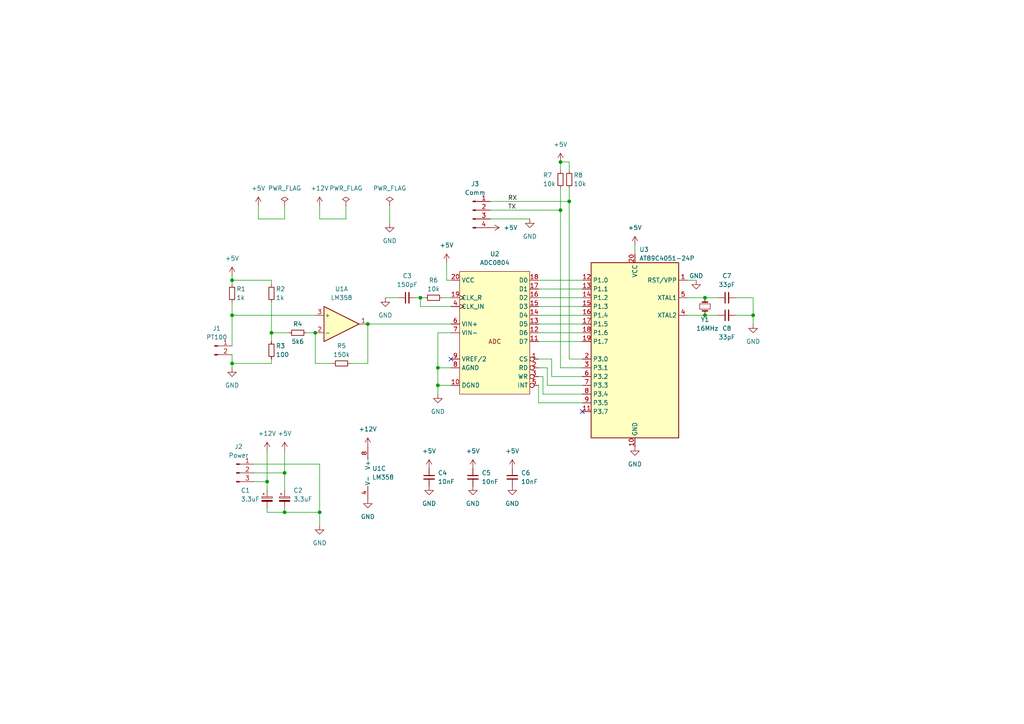
<source format=kicad_sch>
(kicad_sch (version 20211123) (generator eeschema)
  (paper "A4")
  (lib_symbols
    (symbol "Amplifier_Operational:LM358" (pin_names (offset 0.127))
      (property "Reference" "U" (at 0 5.08 0))
      (property "Value" "LM358" (at 0 -5.08 0))
      (symbol "LM358_1_1"
        (polyline (pts (xy -5.08 5.08) (xy 5.08 0) (xy -5.08 -5.08) (xy -5.08 5.08)) (stroke (width 0.254)) (fill (type background)))
        (pin output line (at 7.62 0 180) (length 2.54) (name "~") (number "1"))
        (pin input line (at -7.62 -2.54 0) (length 2.54) (name "-") (number "2"))
        (pin input line (at -7.62 2.54 0) (length 2.54) (name "+") (number "3"))
      )
      (symbol "LM358_2_1"
        (polyline (pts (xy -5.08 5.08) (xy 5.08 0) (xy -5.08 -5.08) (xy -5.08 5.08)) (stroke (width 0.254)) (fill (type background)))
        (pin input line (at -7.62 2.54 0) (length 2.54) (name "+") (number "5"))
        (pin input line (at -7.62 -2.54 0) (length 2.54) (name "-") (number "6"))
        (pin output line (at 7.62 0 180) (length 2.54) (name "~") (number "7"))
      )
      (symbol "LM358_3_1"
        (pin power_in line (at -2.54 -7.62 90) (length 3.81) (name "V-") (number "4"))
        (pin power_in line (at -2.54 7.62 270) (length 3.81) (name "V+") (number "8"))
      )
    )
    (symbol "Connector:Conn_01x02_Male" (pin_names (offset 1.016) hide)
      (property "Reference" "J" (at 0 2.54 0))
      (property "Value" "Conn_01x02_Male" (at 0 -5.08 0))
      (symbol "Conn_01x02_Male_1_1"
        (polyline (pts (xy 1.27 -2.54) (xy 0.8636 -2.54)) (stroke (width 0.1524)))
        (polyline (pts (xy 1.27 0) (xy 0.8636 0)) (stroke (width 0.1524)))
        (rectangle (start 0.8636 -2.413) (end 0 -2.667) (stroke (width 0.1524)) (fill (type outline)))
        (rectangle (start 0.8636 0.127) (end 0 -0.127) (stroke (width 0.1524)) (fill (type outline)))
        (pin passive line (at 5.08 0 180) (length 3.81) (name "Pin_1") (number "1"))
        (pin passive line (at 5.08 -2.54 180) (length 3.81) (name "Pin_2") (number "2"))
      )
    )
    (symbol "Connector:Conn_01x03_Male" (pin_names (offset 1.016) hide)
      (property "Reference" "J" (at 0 5.08 0))
      (property "Value" "Conn_01x03_Male" (at 0 -5.08 0))
      (symbol "Conn_01x03_Male_1_1"
        (polyline (pts (xy 1.27 -2.54) (xy 0.8636 -2.54)) (stroke (width 0.1524)))
        (polyline (pts (xy 1.27 0) (xy 0.8636 0)) (stroke (width 0.1524)))
        (polyline (pts (xy 1.27 2.54) (xy 0.8636 2.54)) (stroke (width 0.1524)))
        (rectangle (start 0.8636 -2.413) (end 0 -2.667) (stroke (width 0.1524)) (fill (type outline)))
        (rectangle (start 0.8636 0.127) (end 0 -0.127) (stroke (width 0.1524)) (fill (type outline)))
        (rectangle (start 0.8636 2.667) (end 0 2.413) (stroke (width 0.1524)) (fill (type outline)))
        (pin passive line (at 5.08 2.54 180) (length 3.81) (name "Pin_1") (number "1"))
        (pin passive line (at 5.08 0 180) (length 3.81) (name "Pin_2") (number "2"))
        (pin passive line (at 5.08 -2.54 180) (length 3.81) (name "Pin_3") (number "3"))
      )
    )
    (symbol "Connector:Conn_01x04_Male" (pin_names (offset 1.016) hide)
      (property "Reference" "J" (at 0 5.08 0))
      (property "Value" "Conn_01x04_Male" (at 0 -7.62 0))
      (symbol "Conn_01x04_Male_1_1"
        (polyline (pts (xy 1.27 -5.08) (xy 0.8636 -5.08)) (stroke (width 0.1524)))
        (polyline (pts (xy 1.27 -2.54) (xy 0.8636 -2.54)) (stroke (width 0.1524)))
        (polyline (pts (xy 1.27 0) (xy 0.8636 0)) (stroke (width 0.1524)))
        (polyline (pts (xy 1.27 2.54) (xy 0.8636 2.54)) (stroke (width 0.1524)))
        (rectangle (start 0.8636 -4.953) (end 0 -5.207) (stroke (width 0.1524)) (fill (type outline)))
        (rectangle (start 0.8636 -2.413) (end 0 -2.667) (stroke (width 0.1524)) (fill (type outline)))
        (rectangle (start 0.8636 0.127) (end 0 -0.127) (stroke (width 0.1524)) (fill (type outline)))
        (rectangle (start 0.8636 2.667) (end 0 2.413) (stroke (width 0.1524)) (fill (type outline)))
        (pin passive line (at 5.08 2.54 180) (length 3.81) (name "Pin_1") (number "1"))
        (pin passive line (at 5.08 0 180) (length 3.81) (name "Pin_2") (number "2"))
        (pin passive line (at 5.08 -2.54 180) (length 3.81) (name "Pin_3") (number "3"))
        (pin passive line (at 5.08 -5.08 180) (length 3.81) (name "Pin_4") (number "4"))
      )
    )
    (symbol "Device:C_Polarized_Small" (pin_numbers hide) (pin_names (offset 0.254) hide)
      (property "Reference" "C" (at 0.254 1.778 0))
      (property "Value" "C_Polarized_Small" (at 0.254 -2.032 0))
      (symbol "C_Polarized_Small_0_1"
        (rectangle (start -1.524 -0.3048) (end 1.524 -0.6858) (fill (type outline)))
        (rectangle (start -1.524 0.6858) (end 1.524 0.3048))
        (polyline (pts (xy -1.27 1.524) (xy -0.762 1.524)))
        (polyline (pts (xy -1.016 1.27) (xy -1.016 1.778)))
      )
      (symbol "C_Polarized_Small_1_1"
        (pin passive line (at 0 2.54 270) (length 1.8542) (name "~") (number "1"))
        (pin passive line (at 0 -2.54 90) (length 1.8542) (name "~") (number "2"))
      )
    )
    (symbol "Device:C_Small" (pin_numbers hide) (pin_names (offset 0.254) hide)
      (property "Reference" "C" (at 0.254 1.778 0))
      (property "Value" "C_Small" (at 0.254 -2.032 0))
      (symbol "C_Small_0_1"
        (polyline (pts (xy -1.524 -0.508) (xy 1.524 -0.508)) (stroke (width 0.3302)))
        (polyline (pts (xy -1.524 0.508) (xy 1.524 0.508)) (stroke (width 0.3048)))
      )
      (symbol "C_Small_1_1"
        (pin passive line (at 0 2.54 270) (length 2.032) (name "~") (number "1"))
        (pin passive line (at 0 -2.54 90) (length 2.032) (name "~") (number "2"))
      )
    )
    (symbol "Device:Crystal_Small" (pin_numbers hide) (pin_names (offset 1.016) hide)
      (property "Reference" "Y" (at 0 2.54 0))
      (property "Value" "Crystal_Small" (at 0 -2.54 0))
      (symbol "Crystal_Small_0_1"
        (rectangle (start -0.762 -1.524) (end 0.762 1.524))
        (polyline (pts (xy -1.27 -0.762) (xy -1.27 0.762)) (stroke (width 0.381)))
        (polyline (pts (xy 1.27 -0.762) (xy 1.27 0.762)) (stroke (width 0.381)))
      )
      (symbol "Crystal_Small_1_1"
        (pin passive line (at -2.54 0 0) (length 1.27) (name "1") (number "1"))
        (pin passive line (at 2.54 0 180) (length 1.27) (name "2") (number "2"))
      )
    )
    (symbol "Device:R_Small" (pin_numbers hide) (pin_names (offset 0.254) hide)
      (property "Reference" "R" (at 0.762 0.508 0))
      (property "Value" "R_Small" (at 0.762 -1.016 0))
      (symbol "R_Small_0_1"
        (rectangle (start -0.762 1.778) (end 0.762 -1.778) (stroke (width 0.2032)))
      )
      (symbol "R_Small_1_1"
        (pin passive line (at 0 2.54 270) (length 0.762) (name "~") (number "1"))
        (pin passive line (at 0 -2.54 90) (length 0.762) (name "~") (number "2"))
      )
    )
    (symbol "MCU_Microchip_8051:AT89C4051-24P"
      (property "Reference" "U" (at -12.7 26.67 0))
      (property "Value" "AT89C4051-24P" (at 2.54 -26.67 0))
      (symbol "AT89C4051-24P_0_1"
        (rectangle (start -12.7 -25.4) (end 12.7 25.4) (stroke (width 0.254)) (fill (type background)))
      )
      (symbol "AT89C4051-24P_1_1"
        (pin input line (at -15.24 20.32 0) (length 2.54) (name "RST/VPP") (number "1"))
        (pin power_in line (at 0 -27.94 90) (length 2.54) (name "GND") (number "10"))
        (pin bidirectional line (at 15.24 -17.78 180) (length 2.54) (name "P3.7") (number "11"))
        (pin bidirectional line (at 15.24 20.32 180) (length 2.54) (name "P1.0") (number "12"))
        (pin bidirectional line (at 15.24 17.78 180) (length 2.54) (name "P1.1") (number "13"))
        (pin bidirectional line (at 15.24 15.24 180) (length 2.54) (name "P1.2") (number "14"))
        (pin bidirectional line (at 15.24 12.7 180) (length 2.54) (name "P1.3") (number "15"))
        (pin bidirectional line (at 15.24 10.16 180) (length 2.54) (name "P1.4") (number "16"))
        (pin bidirectional line (at 15.24 7.62 180) (length 2.54) (name "P1.5") (number "17"))
        (pin bidirectional line (at 15.24 5.08 180) (length 2.54) (name "P1.6") (number "18"))
        (pin bidirectional line (at 15.24 2.54 180) (length 2.54) (name "P1.7") (number "19"))
        (pin bidirectional line (at 15.24 -2.54 180) (length 2.54) (name "P3.0") (number "2"))
        (pin power_in line (at 0 27.94 270) (length 2.54) (name "VCC") (number "20"))
        (pin bidirectional line (at 15.24 -5.08 180) (length 2.54) (name "P3.1") (number "3"))
        (pin output line (at -15.24 10.16 0) (length 2.54) (name "XTAL2") (number "4"))
        (pin input line (at -15.24 15.24 0) (length 2.54) (name "XTAL1") (number "5"))
        (pin bidirectional line (at 15.24 -7.62 180) (length 2.54) (name "P3.2") (number "6"))
        (pin bidirectional line (at 15.24 -10.16 180) (length 2.54) (name "P3.3") (number "7"))
        (pin bidirectional line (at 15.24 -12.7 180) (length 2.54) (name "P3.4") (number "8"))
        (pin bidirectional line (at 15.24 -15.24 180) (length 2.54) (name "P3.5") (number "9"))
      )
    )
    (symbol "My_stuff:ADC0804"
      (property "Reference" "U" (at 0 25.4 0))
      (property "Value" "ADC0804" (at 0 22.86 0))
      (symbol "ADC0804_0_0"
        (text "ADC" (at 0 0 0) (effects (font (size 1.27 1.27))))
      )
      (symbol "ADC0804_0_1"
        (rectangle (start -10.16 20.32) (end 10.16 -15.24) (fill (type background)))
      )
      (symbol "ADC0804_1_1"
        (pin input inverted (at -12.7 -5.08 0) (length 2.54) (name "CS") (number "1"))
        (pin power_in line (at 12.7 -12.7 180) (length 2.54) (name "DGND") (number "10"))
        (pin output line (at -12.7 0 0) (length 2.54) (name "D7") (number "11"))
        (pin output line (at -12.7 2.54 0) (length 2.54) (name "D6") (number "12"))
        (pin output line (at -12.7 5.08 0) (length 2.54) (name "D5") (number "13"))
        (pin output line (at -12.7 7.62 0) (length 2.54) (name "D4") (number "14"))
        (pin output line (at -12.7 10.16 0) (length 2.54) (name "D3") (number "15"))
        (pin output line (at -12.7 12.7 0) (length 2.54) (name "D2") (number "16"))
        (pin output line (at -12.7 15.24 0) (length 2.54) (name "D1") (number "17"))
        (pin output line (at -12.7 17.78 0) (length 2.54) (name "D0") (number "18"))
        (pin input clock (at 12.7 12.7 180) (length 2.54) (name "CLK_R") (number "19"))
        (pin input inverted (at -12.7 -7.62 0) (length 2.54) (name "RD") (number "2"))
        (pin power_in line (at 12.7 17.78 180) (length 2.54) (name "VCC") (number "20"))
        (pin input inverted (at -12.7 -10.16 0) (length 2.54) (name "WR") (number "3"))
        (pin input clock (at 12.7 10.16 180) (length 2.54) (name "CLK_IN") (number "4"))
        (pin output inverted (at -12.7 -12.7 0) (length 2.54) (name "INT") (number "5"))
        (pin input line (at 12.7 5.08 180) (length 2.54) (name "VIN+") (number "6"))
        (pin input line (at 12.7 2.54 180) (length 2.54) (name "VIN-") (number "7"))
        (pin power_in line (at 12.7 -7.62 180) (length 2.54) (name "AGND") (number "8"))
        (pin input line (at 12.7 -5.08 180) (length 2.54) (name "VREF/2") (number "9"))
      )
    )
    (symbol "power:+12V" (power) (pin_names (offset 0))
      (property "Value" "+12V" (at 0 3.556 0))
      (symbol "+12V_0_1"
        (polyline (pts (xy -0.762 1.27) (xy 0 2.54)))
        (polyline (pts (xy 0 0) (xy 0 2.54)))
        (polyline (pts (xy 0 2.54) (xy 0.762 1.27)))
      )
      (symbol "+12V_1_1"
        (pin power_in line (at 0 0 90) (length 0) hide (name "+12V") (number "1"))
      )
    )
    (symbol "power:+5V" (power) (pin_names (offset 0))
      (property "Value" "+5V" (at 0 3.556 0))
      (symbol "+5V_0_1"
        (polyline (pts (xy -0.762 1.27) (xy 0 2.54)))
        (polyline (pts (xy 0 0) (xy 0 2.54)))
        (polyline (pts (xy 0 2.54) (xy 0.762 1.27)))
      )
      (symbol "+5V_1_1"
        (pin power_in line (at 0 0 90) (length 0) hide (name "+5V") (number "1"))
      )
    )
    (symbol "power:GND" (power) (pin_names (offset 0))
      (property "Value" "GND" (at 0 -3.81 0))
      (symbol "GND_0_1"
        (polyline (pts (xy 0 0) (xy 0 -1.27) (xy 1.27 -1.27) (xy 0 -2.54) (xy -1.27 -1.27) (xy 0 -1.27)))
      )
      (symbol "GND_1_1"
        (pin power_in line (at 0 0 270) (length 0) hide (name "GND") (number "1"))
      )
    )
    (symbol "power:PWR_FLAG" (power) (pin_numbers hide) (pin_names (offset 0) hide)
      (property "Value" "PWR_FLAG" (at 0 3.81 0))
      (symbol "PWR_FLAG_0_0"
        (pin power_out line (at 0 0 90) (length 0) (name "pwr") (number "1"))
      )
      (symbol "PWR_FLAG_0_1"
        (polyline (pts (xy 0 0) (xy 0 1.27) (xy -1.016 1.905) (xy 0 2.54) (xy 1.016 1.905) (xy 0 1.27)))
      )
    )
  )
  (junction (at 77.47 139.7))
  (junction (at 67.31 105.41))
  (junction (at 121.92 86.36))
  (junction (at 106.68 93.98))
  (junction (at 218.44 91.44))
  (junction (at 165.1 58.42))
  (junction (at 204.47 91.44))
  (junction (at 127 111.76))
  (junction (at 91.44 96.52))
  (junction (at 127 106.68))
  (junction (at 78.74 96.52))
  (junction (at 82.55 148.59))
  (junction (at 67.31 91.44))
  (junction (at 92.71 148.59))
  (junction (at 82.55 137.16))
  (junction (at 67.31 81.28))
  (junction (at 162.56 46.99))
  (junction (at 162.56 60.96))
  (junction (at 204.47 86.36))
  (no_connect (at 168.91 119.38))
  (no_connect (at 130.81 104.14))
  (wire (pts (xy 156.21 93.98) (xy 168.91 93.98)))
  (wire (pts (xy 156.21 104.14) (xy 160.02 104.14)))
  (wire (pts (xy 67.31 81.28) (xy 67.31 82.55)))
  (wire (pts (xy 82.55 147.32) (xy 82.55 148.59)))
  (wire (pts (xy 78.74 87.63) (xy 78.74 96.52)))
  (wire (pts (xy 218.44 91.44) (xy 218.44 93.98)))
  (wire (pts (xy 142.24 63.5) (xy 153.67 63.5)))
  (wire (pts (xy 156.21 86.36) (xy 168.91 86.36)))
  (wire (pts (xy 82.55 59.69) (xy 82.55 63.5)))
  (wire (pts (xy 213.36 91.44) (xy 218.44 91.44)))
  (wire (pts (xy 91.44 105.41) (xy 96.52 105.41)))
  (wire (pts (xy 204.47 91.44) (xy 208.28 91.44)))
  (wire (pts (xy 213.36 86.36) (xy 218.44 86.36)))
  (wire (pts (xy 88.9 96.52) (xy 91.44 96.52)))
  (wire (pts (xy 156.21 81.28) (xy 168.91 81.28)))
  (wire (pts (xy 74.93 63.5) (xy 74.93 59.69)))
  (wire (pts (xy 162.56 54.61) (xy 162.56 60.96)))
  (wire (pts (xy 165.1 46.99) (xy 165.1 49.53)))
  (wire (pts (xy 73.66 134.62) (xy 92.71 134.62)))
  (wire (pts (xy 127 96.52) (xy 127 106.68)))
  (wire (pts (xy 156.21 96.52) (xy 168.91 96.52)))
  (wire (pts (xy 78.74 82.55) (xy 78.74 81.28)))
  (wire (pts (xy 106.68 105.41) (xy 106.68 93.98)))
  (wire (pts (xy 92.71 59.69) (xy 92.71 63.5)))
  (wire (pts (xy 162.56 46.99) (xy 165.1 46.99)))
  (wire (pts (xy 78.74 104.14) (xy 78.74 105.41)))
  (wire (pts (xy 67.31 105.41) (xy 78.74 105.41)))
  (wire (pts (xy 158.75 111.76) (xy 168.91 111.76)))
  (wire (pts (xy 127 111.76) (xy 127 114.3)))
  (wire (pts (xy 156.21 83.82) (xy 168.91 83.82)))
  (wire (pts (xy 127 111.76) (xy 130.81 111.76)))
  (wire (pts (xy 121.92 86.36) (xy 123.19 86.36)))
  (wire (pts (xy 92.71 63.5) (xy 100.33 63.5)))
  (wire (pts (xy 127 106.68) (xy 130.81 106.68)))
  (wire (pts (xy 199.39 86.36) (xy 204.47 86.36)))
  (wire (pts (xy 168.91 104.14) (xy 165.1 104.14)))
  (wire (pts (xy 78.74 96.52) (xy 83.82 96.52)))
  (wire (pts (xy 156.21 106.68) (xy 158.75 106.68)))
  (wire (pts (xy 160.02 104.14) (xy 160.02 109.22)))
  (wire (pts (xy 67.31 105.41) (xy 67.31 106.68)))
  (wire (pts (xy 78.74 96.52) (xy 78.74 99.06)))
  (wire (pts (xy 129.54 76.2) (xy 129.54 81.28)))
  (wire (pts (xy 82.55 63.5) (xy 74.93 63.5)))
  (wire (pts (xy 77.47 148.59) (xy 82.55 148.59)))
  (wire (pts (xy 101.6 105.41) (xy 106.68 105.41)))
  (wire (pts (xy 160.02 109.22) (xy 168.91 109.22)))
  (wire (pts (xy 165.1 58.42) (xy 165.1 54.61)))
  (wire (pts (xy 156.21 116.84) (xy 168.91 116.84)))
  (wire (pts (xy 67.31 80.01) (xy 67.31 81.28)))
  (wire (pts (xy 92.71 134.62) (xy 92.71 148.59)))
  (wire (pts (xy 73.66 137.16) (xy 82.55 137.16)))
  (wire (pts (xy 199.39 81.28) (xy 201.93 81.28)))
  (wire (pts (xy 142.24 60.96) (xy 162.56 60.96)))
  (wire (pts (xy 78.74 81.28) (xy 67.31 81.28)))
  (wire (pts (xy 130.81 88.9) (xy 121.92 88.9)))
  (wire (pts (xy 156.21 91.44) (xy 168.91 91.44)))
  (wire (pts (xy 127 106.68) (xy 127 111.76)))
  (wire (pts (xy 82.55 148.59) (xy 92.71 148.59)))
  (wire (pts (xy 129.54 81.28) (xy 130.81 81.28)))
  (wire (pts (xy 204.47 86.36) (xy 208.28 86.36)))
  (wire (pts (xy 77.47 147.32) (xy 77.47 148.59)))
  (wire (pts (xy 82.55 130.81) (xy 82.55 137.16)))
  (wire (pts (xy 156.21 109.22) (xy 157.48 109.22)))
  (wire (pts (xy 113.03 59.69) (xy 113.03 64.77)))
  (wire (pts (xy 218.44 86.36) (xy 218.44 91.44)))
  (wire (pts (xy 184.15 71.12) (xy 184.15 73.66)))
  (wire (pts (xy 67.31 102.87) (xy 67.31 105.41)))
  (wire (pts (xy 120.65 86.36) (xy 121.92 86.36)))
  (wire (pts (xy 91.44 91.44) (xy 67.31 91.44)))
  (wire (pts (xy 158.75 106.68) (xy 158.75 111.76)))
  (wire (pts (xy 92.71 152.4) (xy 92.71 148.59)))
  (wire (pts (xy 111.76 86.36) (xy 115.57 86.36)))
  (wire (pts (xy 82.55 137.16) (xy 82.55 142.24)))
  (wire (pts (xy 130.81 96.52) (xy 127 96.52)))
  (wire (pts (xy 156.21 88.9) (xy 168.91 88.9)))
  (wire (pts (xy 162.56 46.99) (xy 162.56 49.53)))
  (wire (pts (xy 106.68 93.98) (xy 130.81 93.98)))
  (wire (pts (xy 77.47 130.81) (xy 77.47 139.7)))
  (wire (pts (xy 199.39 91.44) (xy 204.47 91.44)))
  (wire (pts (xy 128.27 86.36) (xy 130.81 86.36)))
  (wire (pts (xy 142.24 58.42) (xy 165.1 58.42)))
  (wire (pts (xy 165.1 58.42) (xy 165.1 104.14)))
  (wire (pts (xy 67.31 91.44) (xy 67.31 100.33)))
  (wire (pts (xy 100.33 63.5) (xy 100.33 59.69)))
  (wire (pts (xy 162.56 60.96) (xy 162.56 106.68)))
  (wire (pts (xy 157.48 109.22) (xy 157.48 114.3)))
  (wire (pts (xy 156.21 111.76) (xy 156.21 116.84)))
  (wire (pts (xy 77.47 139.7) (xy 77.47 142.24)))
  (wire (pts (xy 73.66 139.7) (xy 77.47 139.7)))
  (wire (pts (xy 156.21 99.06) (xy 168.91 99.06)))
  (wire (pts (xy 121.92 88.9) (xy 121.92 86.36)))
  (wire (pts (xy 157.48 114.3) (xy 168.91 114.3)))
  (wire (pts (xy 91.44 105.41) (xy 91.44 96.52)))
  (wire (pts (xy 168.91 106.68) (xy 162.56 106.68)))
  (wire (pts (xy 67.31 87.63) (xy 67.31 91.44)))
  (label "TX" (at 147.32 60.96 0))
  (label "RX" (at 147.32 58.42 0))
  (symbol (lib_id "power:+5V") (at 129.54 76.2 0) (unit 1)
    (property "Reference" "#PWR025" (effects hide))
    (property "Value" "+5V" (at 129.54 71.12 0))
  )
  (symbol (lib_id "power:+5V") (at 82.55 130.81 0) (unit 1)
    (property "Reference" "#PWR05" (effects hide))
    (property "Value" "+5V" (at 82.55 125.73 0))
  )
  (symbol (lib_id "Device:R_Small") (at 78.74 85.09 0) (unit 1)
    (property "Reference" "R2" (at 80.01 83.82 0) (effects (justify left)))
    (property "Value" "1k" (at 80.01 86.36 0) (effects (justify left)))
  )
  (symbol (lib_id "power:+5V") (at 74.93 59.69 0) (unit 1)
    (property "Reference" "#PWR03" (effects hide))
    (property "Value" "+5V" (at 74.93 54.61 0))
  )
  (symbol (lib_id "Device:R_Small") (at 99.06 105.41 270) (unit 1)
    (property "Reference" "R5" (at 99.06 100.33 90))
    (property "Value" "150k" (at 99.06 102.87 90))
  )
  (symbol (lib_id "Device:C_Small") (at 148.59 138.43 0) (unit 1)
    (property "Reference" "C6" (at 151.13 137.1662 0) (effects (justify left)))
    (property "Value" "10nF" (at 151.13 139.7062 0) (effects (justify left)))
  )
  (symbol (lib_id "power:GND") (at 113.03 64.77 0) (unit 1)
    (property "Reference" "#PWR011" (effects hide))
    (property "Value" "GND" (at 113.03 69.85 0))
  )
  (symbol (lib_id "Device:C_Small") (at 118.11 86.36 90) (unit 1)
    (property "Reference" "C3" (at 118.1163 80.01 90))
    (property "Value" "150pF" (at 118.1163 82.55 90))
  )
  (symbol (lib_id "Device:R_Small") (at 125.73 86.36 270) (unit 1)
    (property "Reference" "R6" (at 125.73 81.28 90))
    (property "Value" "10k" (at 125.73 83.82 90))
  )
  (symbol (lib_id "Connector:Conn_01x04_Male") (at 137.16 60.96 0) (unit 1)
    (property "Reference" "J3" (at 137.795 53.34 0))
    (property "Value" "Comm" (at 137.795 55.88 0))
  )
  (symbol (lib_id "Device:C_Small") (at 210.82 91.44 90) (unit 1)
    (property "Reference" "C8" (at 210.82 95.25 90))
    (property "Value" "33pF" (at 210.82 97.79 90))
  )
  (symbol (lib_id "power:PWR_FLAG") (at 100.33 59.69 0) (unit 1)
    (property "Reference" "#FLG02" (effects hide))
    (property "Value" "PWR_FLAG" (at 100.33 54.61 0))
  )
  (symbol (lib_id "power:+5V") (at 142.24 66.04 270) (unit 1)
    (property "Reference" "#PWR018" (effects hide))
    (property "Value" "+5V" (at 146.05 66.0399 90) (effects (justify left)))
  )
  (symbol (lib_id "Device:R_Small") (at 67.31 85.09 0) (unit 1)
    (property "Reference" "R1" (at 68.58 83.82 0) (effects (justify left)))
    (property "Value" "1k" (at 68.58 86.36 0) (effects (justify left)))
  )
  (symbol (lib_id "power:PWR_FLAG") (at 113.03 59.69 0) (unit 1)
    (property "Reference" "#FLG03" (effects hide))
    (property "Value" "PWR_FLAG" (at 113.03 54.61 0))
  )
  (symbol (lib_id "power:+5V") (at 148.59 135.89 0) (unit 1)
    (property "Reference" "#PWR019" (effects hide))
    (property "Value" "+5V" (at 148.59 130.81 0))
  )
  (symbol (lib_id "Amplifier_Operational:LM358") (at 109.22 137.16 0) (unit 3)
    (property "Reference" "U1" (at 107.95 135.8899 0) (effects (justify left)))
    (property "Value" "LM358" (at 107.95 138.4299 0) (effects (justify left)))
    (property "Datasheet" "http://www.ti.com/lit/ds/symlink/lm2904-n.pdf" (effects hide))
  )
  (symbol (lib_id "power:+12V") (at 77.47 130.81 0) (unit 1)
    (property "Reference" "#PWR04" (effects hide))
    (property "Value" "+12V" (at 77.47 125.73 0))
  )
  (symbol (lib_id "power:GND") (at 124.46 140.97 0) (unit 1)
    (property "Reference" "#PWR013" (effects hide))
    (property "Value" "GND" (at 124.46 146.05 0))
  )
  (symbol (lib_id "power:GND") (at 67.31 106.68 0) (unit 1)
    (property "Reference" "#PWR02" (effects hide))
    (property "Value" "GND" (at 67.31 111.76 0))
  )
  (symbol (lib_id "Device:R_Small") (at 78.74 101.6 0) (unit 1)
    (property "Reference" "R3" (at 80.01 100.33 0) (effects (justify left)))
    (property "Value" "100" (at 80.01 102.87 0) (effects (justify left)))
  )
  (symbol (lib_id "Connector:Conn_01x02_Male") (at 62.23 100.33 0) (unit 1)
    (property "Reference" "J1" (at 62.865 95.25 0))
    (property "Value" "PT100" (at 62.865 97.79 0))
  )
  (symbol (lib_id "power:+5V") (at 162.56 46.99 0) (unit 1)
    (property "Reference" "#PWR022" (effects hide))
    (property "Value" "+5V" (at 162.56 41.91 0))
  )
  (symbol (lib_id "MCU_Microchip_8051:AT89C4051-24P") (at 184.15 101.6 0) (mirror y) (unit 1)
    (property "Reference" "U3" (at 185.42 72.39 0) (effects (justify right)))
    (property "Value" "AT89C4051-24P" (at 185.42 74.93 0) (effects (justify right)))
    (property "Footprint" "Package_DIP:DIP-20_W7.62mm" (effects hide))
    (property "Datasheet" "http://ww1.microchip.com/downloads/en/DeviceDoc/doc1001.pdf" (effects hide))
  )
  (symbol (lib_id "power:PWR_FLAG") (at 82.55 59.69 0) (unit 1)
    (property "Reference" "#FLG01" (effects hide))
    (property "Value" "PWR_FLAG" (at 82.55 54.61 0))
  )
  (symbol (lib_id "power:GND") (at 92.71 152.4 0) (unit 1)
    (property "Reference" "#PWR07" (effects hide))
    (property "Value" "GND" (at 92.71 157.48 0))
  )
  (symbol (lib_id "power:GND") (at 111.76 86.36 0) (unit 1)
    (property "Reference" "#PWR010" (effects hide))
    (property "Value" "GND" (at 111.76 91.44 0))
  )
  (symbol (lib_id "power:+5V") (at 137.16 135.89 0) (unit 1)
    (property "Reference" "#PWR016" (effects hide))
    (property "Value" "+5V" (at 137.16 130.81 0))
  )
  (symbol (lib_id "power:GND") (at 153.67 63.5 0) (unit 1)
    (property "Reference" "#PWR021" (effects hide))
    (property "Value" "GND" (at 153.67 68.58 0))
  )
  (symbol (lib_id "power:+5V") (at 184.15 71.12 0) (unit 1)
    (property "Reference" "#PWR023" (effects hide))
    (property "Value" "+5V" (at 184.15 66.04 0))
  )
  (symbol (lib_id "power:+5V") (at 124.46 135.89 0) (unit 1)
    (property "Reference" "#PWR012" (effects hide))
    (property "Value" "+5V" (at 124.46 130.81 0))
  )
  (symbol (lib_id "Device:C_Polarized_Small") (at 77.47 144.78 0) (unit 1)
    (property "Reference" "C1" (at 69.85 142.24 0) (effects (justify left)))
    (property "Value" "3.3uF" (at 69.85 144.78 0) (effects (justify left)))
  )
  (symbol (lib_id "My_stuff:ADC0804") (at 143.51 99.06 0) (mirror y) (unit 1)
    (property "Reference" "U2" (at 143.51 73.66 0))
    (property "Value" "ADC0804" (at 143.51 76.2 0))
  )
  (symbol (lib_id "power:GND") (at 137.16 140.97 0) (unit 1)
    (property "Reference" "#PWR017" (effects hide))
    (property "Value" "GND" (at 137.16 146.05 0))
  )
  (symbol (lib_id "Connector:Conn_01x03_Male") (at 68.58 137.16 0) (unit 1)
    (property "Reference" "J2" (at 69.215 129.54 0))
    (property "Value" "Power" (at 69.215 132.08 0))
  )
  (symbol (lib_id "power:GND") (at 184.15 129.54 0) (unit 1)
    (property "Reference" "#PWR024" (effects hide))
    (property "Value" "GND" (at 184.15 134.62 0))
  )
  (symbol (lib_id "power:GND") (at 201.93 81.28 0) (unit 1)
    (property "Reference" "#PWR?" (effects hide))
    (property "Value" "GND" (at 201.93 80.01 0))
  )
  (symbol (lib_id "Device:R_Small") (at 165.1 52.07 0) (unit 1)
    (property "Reference" "R8" (at 166.37 50.8 0) (effects (justify left)))
    (property "Value" "10k" (at 166.37 53.34 0) (effects (justify left)))
  )
  (symbol (lib_id "power:+5V") (at 67.31 80.01 0) (unit 1)
    (property "Reference" "#PWR01" (effects hide))
    (property "Value" "+5V" (at 67.31 74.93 0))
  )
  (symbol (lib_id "power:GND") (at 148.59 140.97 0) (unit 1)
    (property "Reference" "#PWR020" (effects hide))
    (property "Value" "GND" (at 148.59 146.05 0))
  )
  (symbol (lib_id "Device:Crystal_Small") (at 204.47 88.9 270) (unit 1)
    (property "Reference" "Y1" (at 203.2 92.71 90) (effects (justify left)))
    (property "Value" "16MHz" (at 201.93 95.25 90) (effects (justify left)))
  )
  (symbol (lib_id "power:+12V") (at 106.68 129.54 0) (unit 1)
    (property "Reference" "#PWR08" (effects hide))
    (property "Value" "+12V" (at 106.68 124.46 0))
  )
  (symbol (lib_id "Device:C_Small") (at 210.82 86.36 90) (unit 1)
    (property "Reference" "C7" (at 210.8263 80.01 90))
    (property "Value" "33pF" (at 210.8263 82.55 90))
  )
  (symbol (lib_id "power:+12V") (at 92.71 59.69 0) (unit 1)
    (property "Reference" "#PWR06" (effects hide))
    (property "Value" "+12V" (at 92.71 54.61 0))
  )
  (symbol (lib_id "power:GND") (at 127 114.3 0) (unit 1)
    (property "Reference" "#PWR014" (effects hide))
    (property "Value" "GND" (at 127 119.38 0))
  )
  (symbol (lib_id "Device:R_Small") (at 162.56 52.07 0) (unit 1)
    (property "Reference" "R7" (at 157.48 50.8 0) (effects (justify left)))
    (property "Value" "10k" (at 157.48 53.34 0) (effects (justify left)))
  )
  (symbol (lib_id "Device:C_Polarized_Small") (at 82.55 144.78 0) (unit 1)
    (property "Reference" "C2" (at 85.09 142.24 0) (effects (justify left)))
    (property "Value" "3.3uF" (at 85.09 144.78 0) (effects (justify left)))
  )
  (symbol (lib_id "power:GND") (at 218.44 93.98 0) (unit 1)
    (property "Reference" "#PWR026" (effects hide))
    (property "Value" "GND" (at 218.44 99.06 0))
  )
  (symbol (lib_id "Device:R_Small") (at 86.36 96.52 270) (unit 1)
    (property "Reference" "R4" (at 86.36 93.98 90))
    (property "Value" "5k6" (at 86.36 99.06 90))
  )
  (symbol (lib_id "power:GND") (at 106.68 144.78 0) (unit 1)
    (property "Reference" "#PWR09" (effects hide))
    (property "Value" "GND" (at 106.68 149.86 0))
  )
  (symbol (lib_id "Device:C_Small") (at 124.46 138.43 0) (unit 1)
    (property "Reference" "C4" (at 127 137.1662 0) (effects (justify left)))
    (property "Value" "10nF" (at 127 139.7062 0) (effects (justify left)))
  )
  (symbol (lib_id "Amplifier_Operational:LM358") (at 99.06 93.98 0) (unit 1)
    (property "Reference" "U1" (at 99.06 83.82 0))
    (property "Value" "LM358" (at 99.06 86.36 0))
    (property "Datasheet" "http://www.ti.com/lit/ds/symlink/lm2904-n.pdf" (effects hide))
  )
  (symbol (lib_id "Device:C_Small") (at 137.16 138.43 0) (unit 1)
    (property "Reference" "C5" (at 139.7 137.1662 0) (effects (justify left)))
    (property "Value" "10nF" (at 139.7 139.7062 0) (effects (justify left)))
  )
)
</source>
